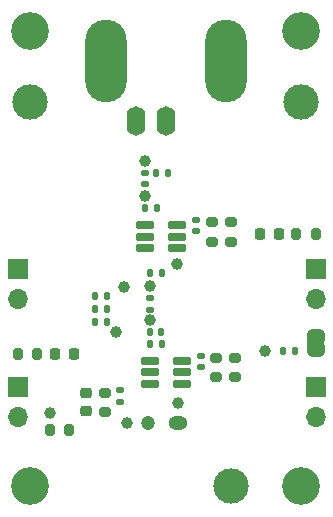
<source format=gts>
%TF.GenerationSoftware,KiCad,Pcbnew,9.0.0*%
%TF.CreationDate,2025-04-27T22:51:01+02:00*%
%TF.ProjectId,OOS - optyczny odbiornik sygnalow,4f4f5320-2d20-46f7-9074-79637a6e7920,rev?*%
%TF.SameCoordinates,Original*%
%TF.FileFunction,Soldermask,Top*%
%TF.FilePolarity,Negative*%
%FSLAX46Y46*%
G04 Gerber Fmt 4.6, Leading zero omitted, Abs format (unit mm)*
G04 Created by KiCad (PCBNEW 9.0.0) date 2025-04-27 22:51:01*
%MOMM*%
%LPD*%
G01*
G04 APERTURE LIST*
G04 Aperture macros list*
%AMRoundRect*
0 Rectangle with rounded corners*
0 $1 Rounding radius*
0 $2 $3 $4 $5 $6 $7 $8 $9 X,Y pos of 4 corners*
0 Add a 4 corners polygon primitive as box body*
4,1,4,$2,$3,$4,$5,$6,$7,$8,$9,$2,$3,0*
0 Add four circle primitives for the rounded corners*
1,1,$1+$1,$2,$3*
1,1,$1+$1,$4,$5*
1,1,$1+$1,$6,$7*
1,1,$1+$1,$8,$9*
0 Add four rect primitives between the rounded corners*
20,1,$1+$1,$2,$3,$4,$5,0*
20,1,$1+$1,$4,$5,$6,$7,0*
20,1,$1+$1,$6,$7,$8,$9,0*
20,1,$1+$1,$8,$9,$2,$3,0*%
%AMFreePoly0*
4,1,23,0.000000,0.745722,0.065263,0.745722,0.191342,0.711940,0.304381,0.646677,0.396677,0.554381,0.461940,0.441342,0.495722,0.315263,0.495722,0.250000,0.500000,0.250000,0.500000,-0.250000,0.495722,-0.250000,0.495722,-0.315263,0.461940,-0.441342,0.396677,-0.554381,0.304381,-0.646677,0.191342,-0.711940,0.065263,-0.745722,0.000000,-0.745722,0.000000,-0.750000,-0.500000,-0.750000,
-0.500000,0.750000,0.000000,0.750000,0.000000,0.745722,0.000000,0.745722,$1*%
%AMFreePoly1*
4,1,23,0.500000,-0.750000,0.000000,-0.750000,0.000000,-0.745722,-0.065263,-0.745722,-0.191342,-0.711940,-0.304381,-0.646677,-0.396677,-0.554381,-0.461940,-0.441342,-0.495722,-0.315263,-0.495722,-0.250000,-0.500000,-0.250000,-0.500000,0.250000,-0.495722,0.250000,-0.495722,0.315263,-0.461940,0.441342,-0.396677,0.554381,-0.304381,0.646677,-0.191342,0.711940,-0.065263,0.745722,0.000000,0.745722,
0.000000,0.750000,0.500000,0.750000,0.500000,-0.750000,0.500000,-0.750000,$1*%
G04 Aperture macros list end*
%ADD10RoundRect,0.162500X-0.617500X-0.162500X0.617500X-0.162500X0.617500X0.162500X-0.617500X0.162500X0*%
%ADD11C,1.000000*%
%ADD12RoundRect,0.135000X0.135000X0.185000X-0.135000X0.185000X-0.135000X-0.185000X0.135000X-0.185000X0*%
%ADD13RoundRect,0.135000X-0.135000X-0.185000X0.135000X-0.185000X0.135000X0.185000X-0.135000X0.185000X0*%
%ADD14RoundRect,0.200000X-0.200000X-0.275000X0.200000X-0.275000X0.200000X0.275000X-0.200000X0.275000X0*%
%ADD15RoundRect,0.200000X0.200000X0.275000X-0.200000X0.275000X-0.200000X-0.275000X0.200000X-0.275000X0*%
%ADD16FreePoly0,90.000000*%
%ADD17FreePoly1,90.000000*%
%ADD18O,3.500000X7.000000*%
%ADD19O,1.600000X2.500000*%
%ADD20O,1.700000X1.700000*%
%ADD21R,1.700000X1.700000*%
%ADD22C,3.200000*%
%ADD23C,3.000000*%
%ADD24C,1.200000*%
%ADD25O,1.600000X1.200000*%
%ADD26RoundRect,0.218750X-0.218750X-0.256250X0.218750X-0.256250X0.218750X0.256250X-0.218750X0.256250X0*%
%ADD27RoundRect,0.218750X0.218750X0.256250X-0.218750X0.256250X-0.218750X-0.256250X0.218750X-0.256250X0*%
%ADD28RoundRect,0.140000X0.170000X-0.140000X0.170000X0.140000X-0.170000X0.140000X-0.170000X-0.140000X0*%
%ADD29RoundRect,0.140000X0.140000X0.170000X-0.140000X0.170000X-0.140000X-0.170000X0.140000X-0.170000X0*%
%ADD30RoundRect,0.200000X0.275000X-0.200000X0.275000X0.200000X-0.275000X0.200000X-0.275000X-0.200000X0*%
%ADD31RoundRect,0.225000X-0.250000X0.225000X-0.250000X-0.225000X0.250000X-0.225000X0.250000X0.225000X0*%
%ADD32RoundRect,0.140000X-0.170000X0.140000X-0.170000X-0.140000X0.170000X-0.140000X0.170000X0.140000X0*%
%ADD33RoundRect,0.200000X-0.275000X0.200000X-0.275000X-0.200000X0.275000X-0.200000X0.275000X0.200000X0*%
G04 APERTURE END LIST*
%TO.C,JP1*%
G36*
X200370000Y-103430000D02*
G01*
X201870000Y-103430000D01*
X201870000Y-103130000D01*
X200370000Y-103130000D01*
X200370000Y-103430000D01*
G37*
%TD*%
D10*
%TO.C,U2*%
X189370000Y-93330000D03*
X189370000Y-94280000D03*
X189370000Y-95230000D03*
X186670000Y-95230000D03*
X186670000Y-94280000D03*
X186670000Y-93330000D03*
%TD*%
%TO.C,U1*%
X189770000Y-104830000D03*
X189770000Y-105780000D03*
X189770000Y-106730000D03*
X187070000Y-106730000D03*
X187070000Y-105780000D03*
X187070000Y-104830000D03*
%TD*%
D11*
%TO.C,TP11*%
X186670000Y-87880000D03*
%TD*%
%TO.C,TP10*%
X186670000Y-90880000D03*
%TD*%
%TO.C,TP9*%
X189370000Y-96580000D03*
%TD*%
%TO.C,TP8*%
X187070000Y-98480000D03*
%TD*%
%TO.C,TP7*%
X187070000Y-101380000D03*
%TD*%
%TO.C,TP6*%
X189505276Y-108380000D03*
%TD*%
%TO.C,TP5*%
X196840000Y-103930000D03*
%TD*%
%TO.C,TP4*%
X184920000Y-98580000D03*
%TD*%
%TO.C,TP3*%
X184220000Y-102380000D03*
%TD*%
%TO.C,TP2*%
X185170000Y-110064724D03*
%TD*%
%TO.C,TP1*%
X178595000Y-109180000D03*
%TD*%
D12*
%TO.C,R11*%
X187620000Y-88900000D03*
X188640000Y-88900000D03*
%TD*%
%TO.C,R10*%
X186670000Y-91880000D03*
X187690000Y-91880000D03*
%TD*%
D13*
%TO.C,R9*%
X188090000Y-97380000D03*
X187070000Y-97380000D03*
%TD*%
D12*
%TO.C,R8*%
X188090000Y-103380000D03*
X187070000Y-103380000D03*
%TD*%
D13*
%TO.C,R7*%
X183430000Y-99280000D03*
X182410000Y-99280000D03*
%TD*%
D12*
%TO.C,R6*%
X182420000Y-100390000D03*
X183440000Y-100390000D03*
%TD*%
D13*
%TO.C,R5*%
X183440000Y-101480000D03*
X182420000Y-101480000D03*
%TD*%
D12*
%TO.C,R4*%
X198320000Y-103930000D03*
X199340000Y-103930000D03*
%TD*%
D14*
%TO.C,R3*%
X180245000Y-110615000D03*
X178595000Y-110615000D03*
%TD*%
D15*
%TO.C,R2*%
X199470000Y-94080000D03*
X201120000Y-94080000D03*
%TD*%
D14*
%TO.C,R1*%
X177570000Y-104180000D03*
X175920000Y-104180000D03*
%TD*%
D16*
%TO.C,JP1*%
X201120000Y-102630000D03*
D17*
X201120000Y-103930000D03*
%TD*%
D18*
%TO.C,J5*%
X193500000Y-79380000D03*
D19*
X185880000Y-84460000D03*
D18*
X183340000Y-79380000D03*
D19*
X188420000Y-84460000D03*
%TD*%
D20*
%TO.C,J4*%
X201120000Y-109580000D03*
D21*
X201120000Y-107040000D03*
%TD*%
D20*
%TO.C,J3*%
X175920000Y-99545000D03*
D21*
X175920000Y-97005000D03*
%TD*%
D20*
%TO.C,J2*%
X201120000Y-99545000D03*
D21*
X201120000Y-97005000D03*
%TD*%
D20*
%TO.C,J1*%
X175920000Y-109580000D03*
D21*
X175920000Y-107040000D03*
%TD*%
D22*
%TO.C,H4*%
X176920000Y-115380000D03*
%TD*%
%TO.C,H3*%
X199920000Y-115380000D03*
%TD*%
%TO.C,H2*%
X199920000Y-76910000D03*
%TD*%
%TO.C,H1*%
X176920000Y-76910000D03*
%TD*%
D23*
%TO.C,FID3*%
X176920000Y-82910000D03*
%TD*%
%TO.C,FID2*%
X199920000Y-82910000D03*
%TD*%
%TO.C,FID1*%
X193920000Y-115380000D03*
%TD*%
D24*
%TO.C,D3*%
X186965276Y-110064724D03*
D25*
X189505276Y-110064724D03*
%TD*%
D26*
%TO.C,D2*%
X198020000Y-94080000D03*
X196445000Y-94080000D03*
%TD*%
D27*
%TO.C,D1*%
X179057500Y-104180000D03*
X180632500Y-104180000D03*
%TD*%
D28*
%TO.C,C12*%
X186670000Y-88900000D03*
X186670000Y-89860000D03*
%TD*%
%TO.C,C11*%
X187070000Y-99500000D03*
X187070000Y-100460000D03*
%TD*%
D29*
%TO.C,C10*%
X188030000Y-102380000D03*
X187070000Y-102380000D03*
%TD*%
D28*
%TO.C,C9*%
X184570000Y-107300000D03*
X184570000Y-108260000D03*
%TD*%
D30*
%TO.C,C8*%
X183270000Y-107490000D03*
X183270000Y-109140000D03*
%TD*%
D31*
%TO.C,C7*%
X181670000Y-109090000D03*
X181670000Y-107540000D03*
%TD*%
D32*
%TO.C,C6*%
X191020000Y-93840000D03*
X191020000Y-92880000D03*
%TD*%
%TO.C,C5*%
X191420000Y-105360000D03*
X191420000Y-104400000D03*
%TD*%
D33*
%TO.C,C4*%
X192320000Y-94730000D03*
X192320000Y-93080000D03*
%TD*%
%TO.C,C3*%
X192720000Y-106205000D03*
X192720000Y-104555000D03*
%TD*%
%TO.C,C2*%
X193920000Y-94730000D03*
X193920000Y-93080000D03*
%TD*%
%TO.C,C1*%
X194320000Y-106205000D03*
X194320000Y-104555000D03*
%TD*%
M02*

</source>
